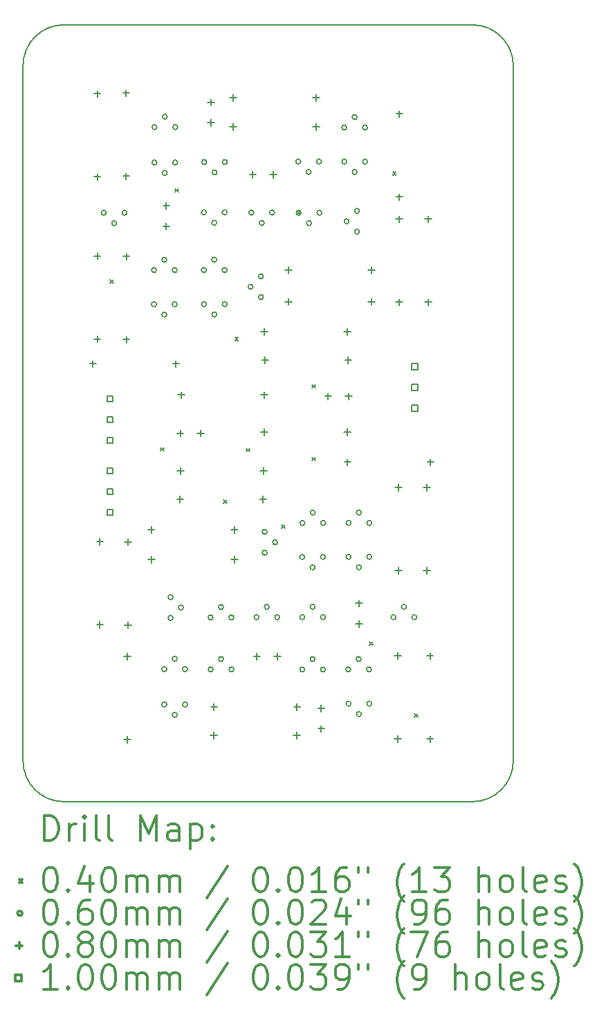
<source format=gbr>
%FSLAX45Y45*%
G04 Gerber Fmt 4.5, Leading zero omitted, Abs format (unit mm)*
G04 Created by KiCad (PCBNEW 4.0.6) date 10/14/17 15:25:13*
%MOMM*%
%LPD*%
G01*
G04 APERTURE LIST*
%ADD10C,0.127000*%
%ADD11C,0.150000*%
%ADD12C,0.200000*%
%ADD13C,0.300000*%
G04 APERTURE END LIST*
D10*
D11*
X15500000Y-5000000D02*
G75*
G03X15000000Y-5500000I0J-500000D01*
G01*
X21000000Y-5500000D02*
G75*
G03X20500000Y-5000000I-500000J0D01*
G01*
X15500000Y-5000000D02*
X20500000Y-5000000D01*
X15500000Y-14500000D02*
X20500000Y-14500000D01*
X15000000Y-14000000D02*
G75*
G03X15500000Y-14500000I500000J0D01*
G01*
X20500000Y-14500000D02*
G75*
G03X21000000Y-14000000I0J500000D01*
G01*
X21000000Y-5500000D02*
X21000000Y-14000000D01*
X15000000Y-14000000D02*
X15000000Y-5500000D01*
D12*
X16064580Y-8118570D02*
X16104580Y-8158570D01*
X16104580Y-8118570D02*
X16064580Y-8158570D01*
X16683070Y-10172160D02*
X16723070Y-10212160D01*
X16723070Y-10172160D02*
X16683070Y-10212160D01*
X16862140Y-7004780D02*
X16902140Y-7044780D01*
X16902140Y-7004780D02*
X16862140Y-7044780D01*
X17455230Y-10812240D02*
X17495230Y-10852240D01*
X17495230Y-10812240D02*
X17455230Y-10852240D01*
X17593660Y-8823420D02*
X17633660Y-8863420D01*
X17633660Y-8823420D02*
X17593660Y-8863420D01*
X17733360Y-10181050D02*
X17773360Y-10221050D01*
X17773360Y-10181050D02*
X17733360Y-10221050D01*
X18165160Y-11117040D02*
X18205160Y-11157040D01*
X18205160Y-11117040D02*
X18165160Y-11157040D01*
X18353374Y-7278592D02*
X18393374Y-7318592D01*
X18393374Y-7278592D02*
X18353374Y-7318592D01*
X18536000Y-9400000D02*
X18576000Y-9440000D01*
X18576000Y-9400000D02*
X18536000Y-9440000D01*
X18536000Y-10289000D02*
X18576000Y-10329000D01*
X18576000Y-10289000D02*
X18536000Y-10329000D01*
X19243390Y-12545790D02*
X19283390Y-12585790D01*
X19283390Y-12545790D02*
X19243390Y-12585790D01*
X19524060Y-6800310D02*
X19564060Y-6840310D01*
X19564060Y-6800310D02*
X19524060Y-6840310D01*
X19789490Y-13429710D02*
X19829490Y-13469710D01*
X19829490Y-13429710D02*
X19789490Y-13469710D01*
X16018060Y-7298592D02*
G75*
G03X16018060Y-7298592I-30000J0D01*
G01*
X16145060Y-7425592D02*
G75*
G03X16145060Y-7425592I-30000J0D01*
G01*
X16272060Y-7298592D02*
G75*
G03X16272060Y-7298592I-30000J0D01*
G01*
X16632232Y-8416192D02*
G75*
G03X16632232Y-8416192I-30000J0D01*
G01*
X16632486Y-7998870D02*
G75*
G03X16632486Y-7998870I-30000J0D01*
G01*
X16637947Y-6684039D02*
G75*
G03X16637947Y-6684039I-30000J0D01*
G01*
X16638709Y-6249699D02*
G75*
G03X16638709Y-6249699I-30000J0D01*
G01*
X16758724Y-12880750D02*
G75*
G03X16758724Y-12880750I-30000J0D01*
G01*
X16758724Y-13311026D02*
G75*
G03X16758724Y-13311026I-30000J0D01*
G01*
X16759232Y-8543192D02*
G75*
G03X16759232Y-8543192I-30000J0D01*
G01*
X16759486Y-7871870D02*
G75*
G03X16759486Y-7871870I-30000J0D01*
G01*
X16764947Y-6811039D02*
G75*
G03X16764947Y-6811039I-30000J0D01*
G01*
X16765709Y-6122699D02*
G75*
G03X16765709Y-6122699I-30000J0D01*
G01*
X16836194Y-11998354D02*
G75*
G03X16836194Y-11998354I-30000J0D01*
G01*
X16836194Y-12252354D02*
G75*
G03X16836194Y-12252354I-30000J0D01*
G01*
X16885724Y-12753750D02*
G75*
G03X16885724Y-12753750I-30000J0D01*
G01*
X16885724Y-13438026D02*
G75*
G03X16885724Y-13438026I-30000J0D01*
G01*
X16886232Y-8416192D02*
G75*
G03X16886232Y-8416192I-30000J0D01*
G01*
X16886486Y-7998870D02*
G75*
G03X16886486Y-7998870I-30000J0D01*
G01*
X16891947Y-6684039D02*
G75*
G03X16891947Y-6684039I-30000J0D01*
G01*
X16892709Y-6249699D02*
G75*
G03X16892709Y-6249699I-30000J0D01*
G01*
X16963194Y-12125354D02*
G75*
G03X16963194Y-12125354I-30000J0D01*
G01*
X17012724Y-12880750D02*
G75*
G03X17012724Y-12880750I-30000J0D01*
G01*
X17012724Y-13311026D02*
G75*
G03X17012724Y-13311026I-30000J0D01*
G01*
X17243102Y-7293766D02*
G75*
G03X17243102Y-7293766I-30000J0D01*
G01*
X17243356Y-8000394D02*
G75*
G03X17243356Y-8000394I-30000J0D01*
G01*
X17244626Y-8415684D02*
G75*
G03X17244626Y-8415684I-30000J0D01*
G01*
X17246277Y-6678451D02*
G75*
G03X17246277Y-6678451I-30000J0D01*
G01*
X17325652Y-12246512D02*
G75*
G03X17325652Y-12246512I-30000J0D01*
G01*
X17326922Y-12881766D02*
G75*
G03X17326922Y-12881766I-30000J0D01*
G01*
X17370102Y-7420766D02*
G75*
G03X17370102Y-7420766I-30000J0D01*
G01*
X17370356Y-7873394D02*
G75*
G03X17370356Y-7873394I-30000J0D01*
G01*
X17371626Y-8542684D02*
G75*
G03X17371626Y-8542684I-30000J0D01*
G01*
X17373277Y-6805451D02*
G75*
G03X17373277Y-6805451I-30000J0D01*
G01*
X17452652Y-12119512D02*
G75*
G03X17452652Y-12119512I-30000J0D01*
G01*
X17453922Y-12754766D02*
G75*
G03X17453922Y-12754766I-30000J0D01*
G01*
X17497102Y-7293766D02*
G75*
G03X17497102Y-7293766I-30000J0D01*
G01*
X17497356Y-8000394D02*
G75*
G03X17497356Y-8000394I-30000J0D01*
G01*
X17498626Y-8415684D02*
G75*
G03X17498626Y-8415684I-30000J0D01*
G01*
X17500277Y-6678451D02*
G75*
G03X17500277Y-6678451I-30000J0D01*
G01*
X17579652Y-12246512D02*
G75*
G03X17579652Y-12246512I-30000J0D01*
G01*
X17580922Y-12881766D02*
G75*
G03X17580922Y-12881766I-30000J0D01*
G01*
X17814856Y-8202578D02*
G75*
G03X17814856Y-8202578I-30000J0D01*
G01*
X17825016Y-7295798D02*
G75*
G03X17825016Y-7295798I-30000J0D01*
G01*
X17886992Y-12244226D02*
G75*
G03X17886992Y-12244226I-30000J0D01*
G01*
X17941856Y-8075578D02*
G75*
G03X17941856Y-8075578I-30000J0D01*
G01*
X17941856Y-8329578D02*
G75*
G03X17941856Y-8329578I-30000J0D01*
G01*
X17952016Y-7422798D02*
G75*
G03X17952016Y-7422798I-30000J0D01*
G01*
X17987068Y-11201048D02*
G75*
G03X17987068Y-11201048I-30000J0D01*
G01*
X17987068Y-11455048D02*
G75*
G03X17987068Y-11455048I-30000J0D01*
G01*
X18013992Y-12117226D02*
G75*
G03X18013992Y-12117226I-30000J0D01*
G01*
X18079016Y-7295798D02*
G75*
G03X18079016Y-7295798I-30000J0D01*
G01*
X18114068Y-11328048D02*
G75*
G03X18114068Y-11328048I-30000J0D01*
G01*
X18140992Y-12244226D02*
G75*
G03X18140992Y-12244226I-30000J0D01*
G01*
X18398421Y-6672863D02*
G75*
G03X18398421Y-6672863I-30000J0D01*
G01*
X18403374Y-7298592D02*
G75*
G03X18403374Y-7298592I-30000J0D01*
G01*
X18446808Y-11507626D02*
G75*
G03X18446808Y-11507626I-30000J0D01*
G01*
X18447560Y-12883236D02*
G75*
G03X18447560Y-12883236I-30000J0D01*
G01*
X18447824Y-12243210D02*
G75*
G03X18447824Y-12243210I-30000J0D01*
G01*
X18450110Y-11092236D02*
G75*
G03X18450110Y-11092236I-30000J0D01*
G01*
X18525421Y-6799863D02*
G75*
G03X18525421Y-6799863I-30000J0D01*
G01*
X18530374Y-7425592D02*
G75*
G03X18530374Y-7425592I-30000J0D01*
G01*
X18573808Y-11634626D02*
G75*
G03X18573808Y-11634626I-30000J0D01*
G01*
X18574560Y-12756236D02*
G75*
G03X18574560Y-12756236I-30000J0D01*
G01*
X18574824Y-12116210D02*
G75*
G03X18574824Y-12116210I-30000J0D01*
G01*
X18577110Y-10965236D02*
G75*
G03X18577110Y-10965236I-30000J0D01*
G01*
X18652421Y-6672863D02*
G75*
G03X18652421Y-6672863I-30000J0D01*
G01*
X18657374Y-7298592D02*
G75*
G03X18657374Y-7298592I-30000J0D01*
G01*
X18700808Y-11507626D02*
G75*
G03X18700808Y-11507626I-30000J0D01*
G01*
X18701560Y-12883236D02*
G75*
G03X18701560Y-12883236I-30000J0D01*
G01*
X18701824Y-12243210D02*
G75*
G03X18701824Y-12243210I-30000J0D01*
G01*
X18704110Y-11092236D02*
G75*
G03X18704110Y-11092236I-30000J0D01*
G01*
X18961793Y-6256303D02*
G75*
G03X18961793Y-6256303I-30000J0D01*
G01*
X18961793Y-6673879D02*
G75*
G03X18961793Y-6673879I-30000J0D01*
G01*
X18990114Y-7404510D02*
G75*
G03X18990114Y-7404510I-30000J0D01*
G01*
X19010560Y-12883236D02*
G75*
G03X19010560Y-12883236I-30000J0D01*
G01*
X19013560Y-11092236D02*
G75*
G03X19013560Y-11092236I-30000J0D01*
G01*
X19013560Y-13302236D02*
G75*
G03X19013560Y-13302236I-30000J0D01*
G01*
X19013736Y-11507236D02*
G75*
G03X19013736Y-11507236I-30000J0D01*
G01*
X19088793Y-6129303D02*
G75*
G03X19088793Y-6129303I-30000J0D01*
G01*
X19088793Y-6800879D02*
G75*
G03X19088793Y-6800879I-30000J0D01*
G01*
X19117114Y-7277510D02*
G75*
G03X19117114Y-7277510I-30000J0D01*
G01*
X19117114Y-7531510D02*
G75*
G03X19117114Y-7531510I-30000J0D01*
G01*
X19137560Y-12756236D02*
G75*
G03X19137560Y-12756236I-30000J0D01*
G01*
X19140560Y-10965236D02*
G75*
G03X19140560Y-10965236I-30000J0D01*
G01*
X19140560Y-13429236D02*
G75*
G03X19140560Y-13429236I-30000J0D01*
G01*
X19140736Y-11634236D02*
G75*
G03X19140736Y-11634236I-30000J0D01*
G01*
X19215793Y-6256303D02*
G75*
G03X19215793Y-6256303I-30000J0D01*
G01*
X19215793Y-6673879D02*
G75*
G03X19215793Y-6673879I-30000J0D01*
G01*
X19264560Y-12883236D02*
G75*
G03X19264560Y-12883236I-30000J0D01*
G01*
X19267560Y-11092236D02*
G75*
G03X19267560Y-11092236I-30000J0D01*
G01*
X19267560Y-13302236D02*
G75*
G03X19267560Y-13302236I-30000J0D01*
G01*
X19267736Y-11507236D02*
G75*
G03X19267736Y-11507236I-30000J0D01*
G01*
X19564916Y-12244226D02*
G75*
G03X19564916Y-12244226I-30000J0D01*
G01*
X19691916Y-12117226D02*
G75*
G03X19691916Y-12117226I-30000J0D01*
G01*
X19818916Y-12244226D02*
G75*
G03X19818916Y-12244226I-30000J0D01*
G01*
X15854964Y-9103648D02*
X15854964Y-9183648D01*
X15814964Y-9143648D02*
X15894964Y-9143648D01*
X15908050Y-5802918D02*
X15908050Y-5882918D01*
X15868050Y-5842918D02*
X15948050Y-5842918D01*
X15908050Y-6818918D02*
X15908050Y-6898918D01*
X15868050Y-6858918D02*
X15948050Y-6858918D01*
X15909574Y-7786658D02*
X15909574Y-7866658D01*
X15869574Y-7826658D02*
X15949574Y-7826658D01*
X15909574Y-8802658D02*
X15909574Y-8882658D01*
X15869574Y-8842658D02*
X15949574Y-8842658D01*
X15940054Y-11277888D02*
X15940054Y-11357888D01*
X15900054Y-11317888D02*
X15980054Y-11317888D01*
X15940054Y-12293888D02*
X15940054Y-12373888D01*
X15900054Y-12333888D02*
X15980054Y-12333888D01*
X16261110Y-5793520D02*
X16261110Y-5873520D01*
X16221110Y-5833520D02*
X16301110Y-5833520D01*
X16261110Y-6809520D02*
X16261110Y-6889520D01*
X16221110Y-6849520D02*
X16301110Y-6849520D01*
X16264412Y-7793262D02*
X16264412Y-7873262D01*
X16224412Y-7833262D02*
X16304412Y-7833262D01*
X16264412Y-8809262D02*
X16264412Y-8889262D01*
X16224412Y-8849262D02*
X16304412Y-8849262D01*
X16276350Y-12682000D02*
X16276350Y-12762000D01*
X16236350Y-12722000D02*
X16316350Y-12722000D01*
X16276350Y-13698000D02*
X16276350Y-13778000D01*
X16236350Y-13738000D02*
X16316350Y-13738000D01*
X16283462Y-11283222D02*
X16283462Y-11363222D01*
X16243462Y-11323222D02*
X16323462Y-11323222D01*
X16283462Y-12299222D02*
X16283462Y-12379222D01*
X16243462Y-12339222D02*
X16323462Y-12339222D01*
X16568958Y-11134124D02*
X16568958Y-11214124D01*
X16528958Y-11174124D02*
X16608958Y-11174124D01*
X16573784Y-11496328D02*
X16573784Y-11576328D01*
X16533784Y-11536328D02*
X16613784Y-11536328D01*
X16753108Y-7171660D02*
X16753108Y-7251660D01*
X16713108Y-7211660D02*
X16793108Y-7211660D01*
X16753108Y-7421660D02*
X16753108Y-7501660D01*
X16713108Y-7461660D02*
X16793108Y-7461660D01*
X16870964Y-9103648D02*
X16870964Y-9183648D01*
X16830964Y-9143648D02*
X16910964Y-9143648D01*
X16922018Y-10762522D02*
X16922018Y-10842522D01*
X16882018Y-10802522D02*
X16962018Y-10802522D01*
X16924494Y-9953278D02*
X16924494Y-10033278D01*
X16884494Y-9993278D02*
X16964494Y-9993278D01*
X16927860Y-10413526D02*
X16927860Y-10493526D01*
X16887860Y-10453526D02*
X16967860Y-10453526D01*
X16935480Y-9486426D02*
X16935480Y-9566426D01*
X16895480Y-9526426D02*
X16975480Y-9526426D01*
X17174494Y-9953278D02*
X17174494Y-10033278D01*
X17134494Y-9993278D02*
X17214494Y-9993278D01*
X17302002Y-5906042D02*
X17302002Y-5986042D01*
X17262002Y-5946042D02*
X17342002Y-5946042D01*
X17302002Y-6156042D02*
X17302002Y-6236042D01*
X17262002Y-6196042D02*
X17342002Y-6196042D01*
X17334514Y-13648724D02*
X17334514Y-13728724D01*
X17294514Y-13688724D02*
X17374514Y-13688724D01*
X17337308Y-13299474D02*
X17337308Y-13379474D01*
X17297308Y-13339474D02*
X17377308Y-13339474D01*
X17571242Y-5850162D02*
X17571242Y-5930162D01*
X17531242Y-5890162D02*
X17611242Y-5890162D01*
X17571242Y-6207794D02*
X17571242Y-6287794D01*
X17531242Y-6247794D02*
X17611242Y-6247794D01*
X17584958Y-11134124D02*
X17584958Y-11214124D01*
X17544958Y-11174124D02*
X17624958Y-11174124D01*
X17589784Y-11496328D02*
X17589784Y-11576328D01*
X17549784Y-11536328D02*
X17629784Y-11536328D01*
X17811399Y-6788819D02*
X17811399Y-6868819D01*
X17771399Y-6828819D02*
X17851399Y-6828819D01*
X17863342Y-12682000D02*
X17863342Y-12762000D01*
X17823342Y-12722000D02*
X17903342Y-12722000D01*
X17938018Y-10762522D02*
X17938018Y-10842522D01*
X17898018Y-10802522D02*
X17978018Y-10802522D01*
X17943860Y-10413526D02*
X17943860Y-10493526D01*
X17903860Y-10453526D02*
X17983860Y-10453526D01*
X17951480Y-9486426D02*
X17951480Y-9566426D01*
X17911480Y-9526426D02*
X17991480Y-9526426D01*
X17951480Y-9938546D02*
X17951480Y-10018546D01*
X17911480Y-9978546D02*
X17991480Y-9978546D01*
X17954274Y-8712234D02*
X17954274Y-8792234D01*
X17914274Y-8752234D02*
X17994274Y-8752234D01*
X17964180Y-9059706D02*
X17964180Y-9139706D01*
X17924180Y-9099706D02*
X18004180Y-9099706D01*
X18061399Y-6788819D02*
X18061399Y-6868819D01*
X18021399Y-6828819D02*
X18101399Y-6828819D01*
X18113342Y-12682000D02*
X18113342Y-12762000D01*
X18073342Y-12722000D02*
X18153342Y-12722000D01*
X18247136Y-7959886D02*
X18247136Y-8039886D01*
X18207136Y-7999886D02*
X18287136Y-7999886D01*
X18247136Y-8345458D02*
X18247136Y-8425458D01*
X18207136Y-8385458D02*
X18287136Y-8385458D01*
X18350514Y-13648724D02*
X18350514Y-13728724D01*
X18310514Y-13688724D02*
X18390514Y-13688724D01*
X18353308Y-13299474D02*
X18353308Y-13379474D01*
X18313308Y-13339474D02*
X18393308Y-13339474D01*
X18587242Y-5850162D02*
X18587242Y-5930162D01*
X18547242Y-5890162D02*
X18627242Y-5890162D01*
X18587242Y-6207794D02*
X18587242Y-6287794D01*
X18547242Y-6247794D02*
X18627242Y-6247794D01*
X18650488Y-13317698D02*
X18650488Y-13397698D01*
X18610488Y-13357698D02*
X18690488Y-13357698D01*
X18650488Y-13567698D02*
X18650488Y-13647698D01*
X18610488Y-13607698D02*
X18690488Y-13607698D01*
X18734816Y-9502174D02*
X18734816Y-9582174D01*
X18694816Y-9542174D02*
X18774816Y-9542174D01*
X18967480Y-9938546D02*
X18967480Y-10018546D01*
X18927480Y-9978546D02*
X19007480Y-9978546D01*
X18970274Y-8712234D02*
X18970274Y-8792234D01*
X18930274Y-8752234D02*
X19010274Y-8752234D01*
X18971544Y-10307608D02*
X18971544Y-10387608D01*
X18931544Y-10347608D02*
X19011544Y-10347608D01*
X18980180Y-9059706D02*
X18980180Y-9139706D01*
X18940180Y-9099706D02*
X19020180Y-9099706D01*
X18984816Y-9502174D02*
X18984816Y-9582174D01*
X18944816Y-9542174D02*
X19024816Y-9542174D01*
X19113530Y-12033538D02*
X19113530Y-12113538D01*
X19073530Y-12073538D02*
X19153530Y-12073538D01*
X19113530Y-12283538D02*
X19113530Y-12363538D01*
X19073530Y-12323538D02*
X19153530Y-12323538D01*
X19263136Y-7959886D02*
X19263136Y-8039886D01*
X19223136Y-7999886D02*
X19303136Y-7999886D01*
X19263136Y-8345458D02*
X19263136Y-8425458D01*
X19223136Y-8385458D02*
X19303136Y-8385458D01*
X19584954Y-12674634D02*
X19584954Y-12754634D01*
X19544954Y-12714634D02*
X19624954Y-12714634D01*
X19584954Y-13690634D02*
X19584954Y-13770634D01*
X19544954Y-13730634D02*
X19624954Y-13730634D01*
X19596384Y-10618250D02*
X19596384Y-10698250D01*
X19556384Y-10658250D02*
X19636384Y-10658250D01*
X19596384Y-11634250D02*
X19596384Y-11714250D01*
X19556384Y-11674250D02*
X19636384Y-11674250D01*
X19602734Y-7336062D02*
X19602734Y-7416062D01*
X19562734Y-7376062D02*
X19642734Y-7376062D01*
X19602734Y-8352062D02*
X19602734Y-8432062D01*
X19562734Y-8392062D02*
X19642734Y-8392062D01*
X19607179Y-6047139D02*
X19607179Y-6127139D01*
X19567179Y-6087139D02*
X19647179Y-6087139D01*
X19607179Y-7063139D02*
X19607179Y-7143139D01*
X19567179Y-7103139D02*
X19647179Y-7103139D01*
X19942840Y-10618250D02*
X19942840Y-10698250D01*
X19902840Y-10658250D02*
X19982840Y-10658250D01*
X19942840Y-11634250D02*
X19942840Y-11714250D01*
X19902840Y-11674250D02*
X19982840Y-11674250D01*
X19960366Y-7336062D02*
X19960366Y-7416062D01*
X19920366Y-7376062D02*
X20000366Y-7376062D01*
X19960366Y-8352062D02*
X19960366Y-8432062D01*
X19920366Y-8392062D02*
X20000366Y-8392062D01*
X19980178Y-12678190D02*
X19980178Y-12758190D01*
X19940178Y-12718190D02*
X20020178Y-12718190D01*
X19980178Y-13694190D02*
X19980178Y-13774190D01*
X19940178Y-13734190D02*
X20020178Y-13734190D01*
X19987544Y-10307608D02*
X19987544Y-10387608D01*
X19947544Y-10347608D02*
X20027544Y-10347608D01*
X16097330Y-9605978D02*
X16097330Y-9535266D01*
X16026618Y-9535266D01*
X16026618Y-9605978D01*
X16097330Y-9605978D01*
X16097330Y-9859978D02*
X16097330Y-9789266D01*
X16026618Y-9789266D01*
X16026618Y-9859978D01*
X16097330Y-9859978D01*
X16097330Y-10113978D02*
X16097330Y-10043266D01*
X16026618Y-10043266D01*
X16026618Y-10113978D01*
X16097330Y-10113978D01*
X16097330Y-10488882D02*
X16097330Y-10418170D01*
X16026618Y-10418170D01*
X16026618Y-10488882D01*
X16097330Y-10488882D01*
X16097330Y-10742882D02*
X16097330Y-10672170D01*
X16026618Y-10672170D01*
X16026618Y-10742882D01*
X16097330Y-10742882D01*
X16097330Y-10996882D02*
X16097330Y-10926170D01*
X16026618Y-10926170D01*
X16026618Y-10996882D01*
X16097330Y-10996882D01*
X19829352Y-9215326D02*
X19829352Y-9144614D01*
X19758640Y-9144614D01*
X19758640Y-9215326D01*
X19829352Y-9215326D01*
X19829352Y-9469326D02*
X19829352Y-9398614D01*
X19758640Y-9398614D01*
X19758640Y-9469326D01*
X19829352Y-9469326D01*
X19829352Y-9723326D02*
X19829352Y-9652614D01*
X19758640Y-9652614D01*
X19758640Y-9723326D01*
X19829352Y-9723326D01*
D13*
X15263928Y-14973214D02*
X15263928Y-14673214D01*
X15335357Y-14673214D01*
X15378214Y-14687500D01*
X15406786Y-14716071D01*
X15421071Y-14744643D01*
X15435357Y-14801786D01*
X15435357Y-14844643D01*
X15421071Y-14901786D01*
X15406786Y-14930357D01*
X15378214Y-14958929D01*
X15335357Y-14973214D01*
X15263928Y-14973214D01*
X15563928Y-14973214D02*
X15563928Y-14773214D01*
X15563928Y-14830357D02*
X15578214Y-14801786D01*
X15592500Y-14787500D01*
X15621071Y-14773214D01*
X15649643Y-14773214D01*
X15749643Y-14973214D02*
X15749643Y-14773214D01*
X15749643Y-14673214D02*
X15735357Y-14687500D01*
X15749643Y-14701786D01*
X15763928Y-14687500D01*
X15749643Y-14673214D01*
X15749643Y-14701786D01*
X15935357Y-14973214D02*
X15906786Y-14958929D01*
X15892500Y-14930357D01*
X15892500Y-14673214D01*
X16092500Y-14973214D02*
X16063928Y-14958929D01*
X16049643Y-14930357D01*
X16049643Y-14673214D01*
X16435357Y-14973214D02*
X16435357Y-14673214D01*
X16535357Y-14887500D01*
X16635357Y-14673214D01*
X16635357Y-14973214D01*
X16906786Y-14973214D02*
X16906786Y-14816071D01*
X16892500Y-14787500D01*
X16863929Y-14773214D01*
X16806786Y-14773214D01*
X16778214Y-14787500D01*
X16906786Y-14958929D02*
X16878214Y-14973214D01*
X16806786Y-14973214D01*
X16778214Y-14958929D01*
X16763928Y-14930357D01*
X16763928Y-14901786D01*
X16778214Y-14873214D01*
X16806786Y-14858929D01*
X16878214Y-14858929D01*
X16906786Y-14844643D01*
X17049643Y-14773214D02*
X17049643Y-15073214D01*
X17049643Y-14787500D02*
X17078214Y-14773214D01*
X17135357Y-14773214D01*
X17163929Y-14787500D01*
X17178214Y-14801786D01*
X17192500Y-14830357D01*
X17192500Y-14916071D01*
X17178214Y-14944643D01*
X17163929Y-14958929D01*
X17135357Y-14973214D01*
X17078214Y-14973214D01*
X17049643Y-14958929D01*
X17321071Y-14944643D02*
X17335357Y-14958929D01*
X17321071Y-14973214D01*
X17306786Y-14958929D01*
X17321071Y-14944643D01*
X17321071Y-14973214D01*
X17321071Y-14787500D02*
X17335357Y-14801786D01*
X17321071Y-14816071D01*
X17306786Y-14801786D01*
X17321071Y-14787500D01*
X17321071Y-14816071D01*
X14952500Y-15447500D02*
X14992500Y-15487500D01*
X14992500Y-15447500D02*
X14952500Y-15487500D01*
X15321071Y-15303214D02*
X15349643Y-15303214D01*
X15378214Y-15317500D01*
X15392500Y-15331786D01*
X15406786Y-15360357D01*
X15421071Y-15417500D01*
X15421071Y-15488929D01*
X15406786Y-15546071D01*
X15392500Y-15574643D01*
X15378214Y-15588929D01*
X15349643Y-15603214D01*
X15321071Y-15603214D01*
X15292500Y-15588929D01*
X15278214Y-15574643D01*
X15263928Y-15546071D01*
X15249643Y-15488929D01*
X15249643Y-15417500D01*
X15263928Y-15360357D01*
X15278214Y-15331786D01*
X15292500Y-15317500D01*
X15321071Y-15303214D01*
X15549643Y-15574643D02*
X15563928Y-15588929D01*
X15549643Y-15603214D01*
X15535357Y-15588929D01*
X15549643Y-15574643D01*
X15549643Y-15603214D01*
X15821071Y-15403214D02*
X15821071Y-15603214D01*
X15749643Y-15288929D02*
X15678214Y-15503214D01*
X15863928Y-15503214D01*
X16035357Y-15303214D02*
X16063928Y-15303214D01*
X16092500Y-15317500D01*
X16106786Y-15331786D01*
X16121071Y-15360357D01*
X16135357Y-15417500D01*
X16135357Y-15488929D01*
X16121071Y-15546071D01*
X16106786Y-15574643D01*
X16092500Y-15588929D01*
X16063928Y-15603214D01*
X16035357Y-15603214D01*
X16006786Y-15588929D01*
X15992500Y-15574643D01*
X15978214Y-15546071D01*
X15963928Y-15488929D01*
X15963928Y-15417500D01*
X15978214Y-15360357D01*
X15992500Y-15331786D01*
X16006786Y-15317500D01*
X16035357Y-15303214D01*
X16263928Y-15603214D02*
X16263928Y-15403214D01*
X16263928Y-15431786D02*
X16278214Y-15417500D01*
X16306786Y-15403214D01*
X16349643Y-15403214D01*
X16378214Y-15417500D01*
X16392500Y-15446071D01*
X16392500Y-15603214D01*
X16392500Y-15446071D02*
X16406786Y-15417500D01*
X16435357Y-15403214D01*
X16478214Y-15403214D01*
X16506786Y-15417500D01*
X16521071Y-15446071D01*
X16521071Y-15603214D01*
X16663928Y-15603214D02*
X16663928Y-15403214D01*
X16663928Y-15431786D02*
X16678214Y-15417500D01*
X16706786Y-15403214D01*
X16749643Y-15403214D01*
X16778214Y-15417500D01*
X16792500Y-15446071D01*
X16792500Y-15603214D01*
X16792500Y-15446071D02*
X16806786Y-15417500D01*
X16835357Y-15403214D01*
X16878214Y-15403214D01*
X16906786Y-15417500D01*
X16921071Y-15446071D01*
X16921071Y-15603214D01*
X17506786Y-15288929D02*
X17249643Y-15674643D01*
X17892500Y-15303214D02*
X17921071Y-15303214D01*
X17949643Y-15317500D01*
X17963928Y-15331786D01*
X17978214Y-15360357D01*
X17992500Y-15417500D01*
X17992500Y-15488929D01*
X17978214Y-15546071D01*
X17963928Y-15574643D01*
X17949643Y-15588929D01*
X17921071Y-15603214D01*
X17892500Y-15603214D01*
X17863928Y-15588929D01*
X17849643Y-15574643D01*
X17835357Y-15546071D01*
X17821071Y-15488929D01*
X17821071Y-15417500D01*
X17835357Y-15360357D01*
X17849643Y-15331786D01*
X17863928Y-15317500D01*
X17892500Y-15303214D01*
X18121071Y-15574643D02*
X18135357Y-15588929D01*
X18121071Y-15603214D01*
X18106786Y-15588929D01*
X18121071Y-15574643D01*
X18121071Y-15603214D01*
X18321071Y-15303214D02*
X18349643Y-15303214D01*
X18378214Y-15317500D01*
X18392500Y-15331786D01*
X18406786Y-15360357D01*
X18421071Y-15417500D01*
X18421071Y-15488929D01*
X18406786Y-15546071D01*
X18392500Y-15574643D01*
X18378214Y-15588929D01*
X18349643Y-15603214D01*
X18321071Y-15603214D01*
X18292500Y-15588929D01*
X18278214Y-15574643D01*
X18263928Y-15546071D01*
X18249643Y-15488929D01*
X18249643Y-15417500D01*
X18263928Y-15360357D01*
X18278214Y-15331786D01*
X18292500Y-15317500D01*
X18321071Y-15303214D01*
X18706786Y-15603214D02*
X18535357Y-15603214D01*
X18621071Y-15603214D02*
X18621071Y-15303214D01*
X18592500Y-15346071D01*
X18563928Y-15374643D01*
X18535357Y-15388929D01*
X18963928Y-15303214D02*
X18906786Y-15303214D01*
X18878214Y-15317500D01*
X18863928Y-15331786D01*
X18835357Y-15374643D01*
X18821071Y-15431786D01*
X18821071Y-15546071D01*
X18835357Y-15574643D01*
X18849643Y-15588929D01*
X18878214Y-15603214D01*
X18935357Y-15603214D01*
X18963928Y-15588929D01*
X18978214Y-15574643D01*
X18992500Y-15546071D01*
X18992500Y-15474643D01*
X18978214Y-15446071D01*
X18963928Y-15431786D01*
X18935357Y-15417500D01*
X18878214Y-15417500D01*
X18849643Y-15431786D01*
X18835357Y-15446071D01*
X18821071Y-15474643D01*
X19106786Y-15303214D02*
X19106786Y-15360357D01*
X19221071Y-15303214D02*
X19221071Y-15360357D01*
X19663928Y-15717500D02*
X19649643Y-15703214D01*
X19621071Y-15660357D01*
X19606786Y-15631786D01*
X19592500Y-15588929D01*
X19578214Y-15517500D01*
X19578214Y-15460357D01*
X19592500Y-15388929D01*
X19606786Y-15346071D01*
X19621071Y-15317500D01*
X19649643Y-15274643D01*
X19663928Y-15260357D01*
X19935357Y-15603214D02*
X19763928Y-15603214D01*
X19849643Y-15603214D02*
X19849643Y-15303214D01*
X19821071Y-15346071D01*
X19792500Y-15374643D01*
X19763928Y-15388929D01*
X20035357Y-15303214D02*
X20221071Y-15303214D01*
X20121071Y-15417500D01*
X20163928Y-15417500D01*
X20192500Y-15431786D01*
X20206786Y-15446071D01*
X20221071Y-15474643D01*
X20221071Y-15546071D01*
X20206786Y-15574643D01*
X20192500Y-15588929D01*
X20163928Y-15603214D01*
X20078214Y-15603214D01*
X20049643Y-15588929D01*
X20035357Y-15574643D01*
X20578214Y-15603214D02*
X20578214Y-15303214D01*
X20706786Y-15603214D02*
X20706786Y-15446071D01*
X20692500Y-15417500D01*
X20663928Y-15403214D01*
X20621071Y-15403214D01*
X20592500Y-15417500D01*
X20578214Y-15431786D01*
X20892500Y-15603214D02*
X20863928Y-15588929D01*
X20849643Y-15574643D01*
X20835357Y-15546071D01*
X20835357Y-15460357D01*
X20849643Y-15431786D01*
X20863928Y-15417500D01*
X20892500Y-15403214D01*
X20935357Y-15403214D01*
X20963928Y-15417500D01*
X20978214Y-15431786D01*
X20992500Y-15460357D01*
X20992500Y-15546071D01*
X20978214Y-15574643D01*
X20963928Y-15588929D01*
X20935357Y-15603214D01*
X20892500Y-15603214D01*
X21163928Y-15603214D02*
X21135357Y-15588929D01*
X21121071Y-15560357D01*
X21121071Y-15303214D01*
X21392500Y-15588929D02*
X21363929Y-15603214D01*
X21306786Y-15603214D01*
X21278214Y-15588929D01*
X21263929Y-15560357D01*
X21263929Y-15446071D01*
X21278214Y-15417500D01*
X21306786Y-15403214D01*
X21363929Y-15403214D01*
X21392500Y-15417500D01*
X21406786Y-15446071D01*
X21406786Y-15474643D01*
X21263929Y-15503214D01*
X21521071Y-15588929D02*
X21549643Y-15603214D01*
X21606786Y-15603214D01*
X21635357Y-15588929D01*
X21649643Y-15560357D01*
X21649643Y-15546071D01*
X21635357Y-15517500D01*
X21606786Y-15503214D01*
X21563929Y-15503214D01*
X21535357Y-15488929D01*
X21521071Y-15460357D01*
X21521071Y-15446071D01*
X21535357Y-15417500D01*
X21563929Y-15403214D01*
X21606786Y-15403214D01*
X21635357Y-15417500D01*
X21749643Y-15717500D02*
X21763929Y-15703214D01*
X21792500Y-15660357D01*
X21806786Y-15631786D01*
X21821071Y-15588929D01*
X21835357Y-15517500D01*
X21835357Y-15460357D01*
X21821071Y-15388929D01*
X21806786Y-15346071D01*
X21792500Y-15317500D01*
X21763929Y-15274643D01*
X21749643Y-15260357D01*
X14992500Y-15863500D02*
G75*
G03X14992500Y-15863500I-30000J0D01*
G01*
X15321071Y-15699214D02*
X15349643Y-15699214D01*
X15378214Y-15713500D01*
X15392500Y-15727786D01*
X15406786Y-15756357D01*
X15421071Y-15813500D01*
X15421071Y-15884929D01*
X15406786Y-15942071D01*
X15392500Y-15970643D01*
X15378214Y-15984929D01*
X15349643Y-15999214D01*
X15321071Y-15999214D01*
X15292500Y-15984929D01*
X15278214Y-15970643D01*
X15263928Y-15942071D01*
X15249643Y-15884929D01*
X15249643Y-15813500D01*
X15263928Y-15756357D01*
X15278214Y-15727786D01*
X15292500Y-15713500D01*
X15321071Y-15699214D01*
X15549643Y-15970643D02*
X15563928Y-15984929D01*
X15549643Y-15999214D01*
X15535357Y-15984929D01*
X15549643Y-15970643D01*
X15549643Y-15999214D01*
X15821071Y-15699214D02*
X15763928Y-15699214D01*
X15735357Y-15713500D01*
X15721071Y-15727786D01*
X15692500Y-15770643D01*
X15678214Y-15827786D01*
X15678214Y-15942071D01*
X15692500Y-15970643D01*
X15706786Y-15984929D01*
X15735357Y-15999214D01*
X15792500Y-15999214D01*
X15821071Y-15984929D01*
X15835357Y-15970643D01*
X15849643Y-15942071D01*
X15849643Y-15870643D01*
X15835357Y-15842071D01*
X15821071Y-15827786D01*
X15792500Y-15813500D01*
X15735357Y-15813500D01*
X15706786Y-15827786D01*
X15692500Y-15842071D01*
X15678214Y-15870643D01*
X16035357Y-15699214D02*
X16063928Y-15699214D01*
X16092500Y-15713500D01*
X16106786Y-15727786D01*
X16121071Y-15756357D01*
X16135357Y-15813500D01*
X16135357Y-15884929D01*
X16121071Y-15942071D01*
X16106786Y-15970643D01*
X16092500Y-15984929D01*
X16063928Y-15999214D01*
X16035357Y-15999214D01*
X16006786Y-15984929D01*
X15992500Y-15970643D01*
X15978214Y-15942071D01*
X15963928Y-15884929D01*
X15963928Y-15813500D01*
X15978214Y-15756357D01*
X15992500Y-15727786D01*
X16006786Y-15713500D01*
X16035357Y-15699214D01*
X16263928Y-15999214D02*
X16263928Y-15799214D01*
X16263928Y-15827786D02*
X16278214Y-15813500D01*
X16306786Y-15799214D01*
X16349643Y-15799214D01*
X16378214Y-15813500D01*
X16392500Y-15842071D01*
X16392500Y-15999214D01*
X16392500Y-15842071D02*
X16406786Y-15813500D01*
X16435357Y-15799214D01*
X16478214Y-15799214D01*
X16506786Y-15813500D01*
X16521071Y-15842071D01*
X16521071Y-15999214D01*
X16663928Y-15999214D02*
X16663928Y-15799214D01*
X16663928Y-15827786D02*
X16678214Y-15813500D01*
X16706786Y-15799214D01*
X16749643Y-15799214D01*
X16778214Y-15813500D01*
X16792500Y-15842071D01*
X16792500Y-15999214D01*
X16792500Y-15842071D02*
X16806786Y-15813500D01*
X16835357Y-15799214D01*
X16878214Y-15799214D01*
X16906786Y-15813500D01*
X16921071Y-15842071D01*
X16921071Y-15999214D01*
X17506786Y-15684929D02*
X17249643Y-16070643D01*
X17892500Y-15699214D02*
X17921071Y-15699214D01*
X17949643Y-15713500D01*
X17963928Y-15727786D01*
X17978214Y-15756357D01*
X17992500Y-15813500D01*
X17992500Y-15884929D01*
X17978214Y-15942071D01*
X17963928Y-15970643D01*
X17949643Y-15984929D01*
X17921071Y-15999214D01*
X17892500Y-15999214D01*
X17863928Y-15984929D01*
X17849643Y-15970643D01*
X17835357Y-15942071D01*
X17821071Y-15884929D01*
X17821071Y-15813500D01*
X17835357Y-15756357D01*
X17849643Y-15727786D01*
X17863928Y-15713500D01*
X17892500Y-15699214D01*
X18121071Y-15970643D02*
X18135357Y-15984929D01*
X18121071Y-15999214D01*
X18106786Y-15984929D01*
X18121071Y-15970643D01*
X18121071Y-15999214D01*
X18321071Y-15699214D02*
X18349643Y-15699214D01*
X18378214Y-15713500D01*
X18392500Y-15727786D01*
X18406786Y-15756357D01*
X18421071Y-15813500D01*
X18421071Y-15884929D01*
X18406786Y-15942071D01*
X18392500Y-15970643D01*
X18378214Y-15984929D01*
X18349643Y-15999214D01*
X18321071Y-15999214D01*
X18292500Y-15984929D01*
X18278214Y-15970643D01*
X18263928Y-15942071D01*
X18249643Y-15884929D01*
X18249643Y-15813500D01*
X18263928Y-15756357D01*
X18278214Y-15727786D01*
X18292500Y-15713500D01*
X18321071Y-15699214D01*
X18535357Y-15727786D02*
X18549643Y-15713500D01*
X18578214Y-15699214D01*
X18649643Y-15699214D01*
X18678214Y-15713500D01*
X18692500Y-15727786D01*
X18706786Y-15756357D01*
X18706786Y-15784929D01*
X18692500Y-15827786D01*
X18521071Y-15999214D01*
X18706786Y-15999214D01*
X18963928Y-15799214D02*
X18963928Y-15999214D01*
X18892500Y-15684929D02*
X18821071Y-15899214D01*
X19006786Y-15899214D01*
X19106786Y-15699214D02*
X19106786Y-15756357D01*
X19221071Y-15699214D02*
X19221071Y-15756357D01*
X19663928Y-16113500D02*
X19649643Y-16099214D01*
X19621071Y-16056357D01*
X19606786Y-16027786D01*
X19592500Y-15984929D01*
X19578214Y-15913500D01*
X19578214Y-15856357D01*
X19592500Y-15784929D01*
X19606786Y-15742071D01*
X19621071Y-15713500D01*
X19649643Y-15670643D01*
X19663928Y-15656357D01*
X19792500Y-15999214D02*
X19849643Y-15999214D01*
X19878214Y-15984929D01*
X19892500Y-15970643D01*
X19921071Y-15927786D01*
X19935357Y-15870643D01*
X19935357Y-15756357D01*
X19921071Y-15727786D01*
X19906786Y-15713500D01*
X19878214Y-15699214D01*
X19821071Y-15699214D01*
X19792500Y-15713500D01*
X19778214Y-15727786D01*
X19763928Y-15756357D01*
X19763928Y-15827786D01*
X19778214Y-15856357D01*
X19792500Y-15870643D01*
X19821071Y-15884929D01*
X19878214Y-15884929D01*
X19906786Y-15870643D01*
X19921071Y-15856357D01*
X19935357Y-15827786D01*
X20192500Y-15699214D02*
X20135357Y-15699214D01*
X20106786Y-15713500D01*
X20092500Y-15727786D01*
X20063928Y-15770643D01*
X20049643Y-15827786D01*
X20049643Y-15942071D01*
X20063928Y-15970643D01*
X20078214Y-15984929D01*
X20106786Y-15999214D01*
X20163928Y-15999214D01*
X20192500Y-15984929D01*
X20206786Y-15970643D01*
X20221071Y-15942071D01*
X20221071Y-15870643D01*
X20206786Y-15842071D01*
X20192500Y-15827786D01*
X20163928Y-15813500D01*
X20106786Y-15813500D01*
X20078214Y-15827786D01*
X20063928Y-15842071D01*
X20049643Y-15870643D01*
X20578214Y-15999214D02*
X20578214Y-15699214D01*
X20706786Y-15999214D02*
X20706786Y-15842071D01*
X20692500Y-15813500D01*
X20663928Y-15799214D01*
X20621071Y-15799214D01*
X20592500Y-15813500D01*
X20578214Y-15827786D01*
X20892500Y-15999214D02*
X20863928Y-15984929D01*
X20849643Y-15970643D01*
X20835357Y-15942071D01*
X20835357Y-15856357D01*
X20849643Y-15827786D01*
X20863928Y-15813500D01*
X20892500Y-15799214D01*
X20935357Y-15799214D01*
X20963928Y-15813500D01*
X20978214Y-15827786D01*
X20992500Y-15856357D01*
X20992500Y-15942071D01*
X20978214Y-15970643D01*
X20963928Y-15984929D01*
X20935357Y-15999214D01*
X20892500Y-15999214D01*
X21163928Y-15999214D02*
X21135357Y-15984929D01*
X21121071Y-15956357D01*
X21121071Y-15699214D01*
X21392500Y-15984929D02*
X21363929Y-15999214D01*
X21306786Y-15999214D01*
X21278214Y-15984929D01*
X21263929Y-15956357D01*
X21263929Y-15842071D01*
X21278214Y-15813500D01*
X21306786Y-15799214D01*
X21363929Y-15799214D01*
X21392500Y-15813500D01*
X21406786Y-15842071D01*
X21406786Y-15870643D01*
X21263929Y-15899214D01*
X21521071Y-15984929D02*
X21549643Y-15999214D01*
X21606786Y-15999214D01*
X21635357Y-15984929D01*
X21649643Y-15956357D01*
X21649643Y-15942071D01*
X21635357Y-15913500D01*
X21606786Y-15899214D01*
X21563929Y-15899214D01*
X21535357Y-15884929D01*
X21521071Y-15856357D01*
X21521071Y-15842071D01*
X21535357Y-15813500D01*
X21563929Y-15799214D01*
X21606786Y-15799214D01*
X21635357Y-15813500D01*
X21749643Y-16113500D02*
X21763929Y-16099214D01*
X21792500Y-16056357D01*
X21806786Y-16027786D01*
X21821071Y-15984929D01*
X21835357Y-15913500D01*
X21835357Y-15856357D01*
X21821071Y-15784929D01*
X21806786Y-15742071D01*
X21792500Y-15713500D01*
X21763929Y-15670643D01*
X21749643Y-15656357D01*
X14952500Y-16219500D02*
X14952500Y-16299500D01*
X14912500Y-16259500D02*
X14992500Y-16259500D01*
X15321071Y-16095214D02*
X15349643Y-16095214D01*
X15378214Y-16109500D01*
X15392500Y-16123786D01*
X15406786Y-16152357D01*
X15421071Y-16209500D01*
X15421071Y-16280929D01*
X15406786Y-16338071D01*
X15392500Y-16366643D01*
X15378214Y-16380929D01*
X15349643Y-16395214D01*
X15321071Y-16395214D01*
X15292500Y-16380929D01*
X15278214Y-16366643D01*
X15263928Y-16338071D01*
X15249643Y-16280929D01*
X15249643Y-16209500D01*
X15263928Y-16152357D01*
X15278214Y-16123786D01*
X15292500Y-16109500D01*
X15321071Y-16095214D01*
X15549643Y-16366643D02*
X15563928Y-16380929D01*
X15549643Y-16395214D01*
X15535357Y-16380929D01*
X15549643Y-16366643D01*
X15549643Y-16395214D01*
X15735357Y-16223786D02*
X15706786Y-16209500D01*
X15692500Y-16195214D01*
X15678214Y-16166643D01*
X15678214Y-16152357D01*
X15692500Y-16123786D01*
X15706786Y-16109500D01*
X15735357Y-16095214D01*
X15792500Y-16095214D01*
X15821071Y-16109500D01*
X15835357Y-16123786D01*
X15849643Y-16152357D01*
X15849643Y-16166643D01*
X15835357Y-16195214D01*
X15821071Y-16209500D01*
X15792500Y-16223786D01*
X15735357Y-16223786D01*
X15706786Y-16238071D01*
X15692500Y-16252357D01*
X15678214Y-16280929D01*
X15678214Y-16338071D01*
X15692500Y-16366643D01*
X15706786Y-16380929D01*
X15735357Y-16395214D01*
X15792500Y-16395214D01*
X15821071Y-16380929D01*
X15835357Y-16366643D01*
X15849643Y-16338071D01*
X15849643Y-16280929D01*
X15835357Y-16252357D01*
X15821071Y-16238071D01*
X15792500Y-16223786D01*
X16035357Y-16095214D02*
X16063928Y-16095214D01*
X16092500Y-16109500D01*
X16106786Y-16123786D01*
X16121071Y-16152357D01*
X16135357Y-16209500D01*
X16135357Y-16280929D01*
X16121071Y-16338071D01*
X16106786Y-16366643D01*
X16092500Y-16380929D01*
X16063928Y-16395214D01*
X16035357Y-16395214D01*
X16006786Y-16380929D01*
X15992500Y-16366643D01*
X15978214Y-16338071D01*
X15963928Y-16280929D01*
X15963928Y-16209500D01*
X15978214Y-16152357D01*
X15992500Y-16123786D01*
X16006786Y-16109500D01*
X16035357Y-16095214D01*
X16263928Y-16395214D02*
X16263928Y-16195214D01*
X16263928Y-16223786D02*
X16278214Y-16209500D01*
X16306786Y-16195214D01*
X16349643Y-16195214D01*
X16378214Y-16209500D01*
X16392500Y-16238071D01*
X16392500Y-16395214D01*
X16392500Y-16238071D02*
X16406786Y-16209500D01*
X16435357Y-16195214D01*
X16478214Y-16195214D01*
X16506786Y-16209500D01*
X16521071Y-16238071D01*
X16521071Y-16395214D01*
X16663928Y-16395214D02*
X16663928Y-16195214D01*
X16663928Y-16223786D02*
X16678214Y-16209500D01*
X16706786Y-16195214D01*
X16749643Y-16195214D01*
X16778214Y-16209500D01*
X16792500Y-16238071D01*
X16792500Y-16395214D01*
X16792500Y-16238071D02*
X16806786Y-16209500D01*
X16835357Y-16195214D01*
X16878214Y-16195214D01*
X16906786Y-16209500D01*
X16921071Y-16238071D01*
X16921071Y-16395214D01*
X17506786Y-16080929D02*
X17249643Y-16466643D01*
X17892500Y-16095214D02*
X17921071Y-16095214D01*
X17949643Y-16109500D01*
X17963928Y-16123786D01*
X17978214Y-16152357D01*
X17992500Y-16209500D01*
X17992500Y-16280929D01*
X17978214Y-16338071D01*
X17963928Y-16366643D01*
X17949643Y-16380929D01*
X17921071Y-16395214D01*
X17892500Y-16395214D01*
X17863928Y-16380929D01*
X17849643Y-16366643D01*
X17835357Y-16338071D01*
X17821071Y-16280929D01*
X17821071Y-16209500D01*
X17835357Y-16152357D01*
X17849643Y-16123786D01*
X17863928Y-16109500D01*
X17892500Y-16095214D01*
X18121071Y-16366643D02*
X18135357Y-16380929D01*
X18121071Y-16395214D01*
X18106786Y-16380929D01*
X18121071Y-16366643D01*
X18121071Y-16395214D01*
X18321071Y-16095214D02*
X18349643Y-16095214D01*
X18378214Y-16109500D01*
X18392500Y-16123786D01*
X18406786Y-16152357D01*
X18421071Y-16209500D01*
X18421071Y-16280929D01*
X18406786Y-16338071D01*
X18392500Y-16366643D01*
X18378214Y-16380929D01*
X18349643Y-16395214D01*
X18321071Y-16395214D01*
X18292500Y-16380929D01*
X18278214Y-16366643D01*
X18263928Y-16338071D01*
X18249643Y-16280929D01*
X18249643Y-16209500D01*
X18263928Y-16152357D01*
X18278214Y-16123786D01*
X18292500Y-16109500D01*
X18321071Y-16095214D01*
X18521071Y-16095214D02*
X18706786Y-16095214D01*
X18606786Y-16209500D01*
X18649643Y-16209500D01*
X18678214Y-16223786D01*
X18692500Y-16238071D01*
X18706786Y-16266643D01*
X18706786Y-16338071D01*
X18692500Y-16366643D01*
X18678214Y-16380929D01*
X18649643Y-16395214D01*
X18563928Y-16395214D01*
X18535357Y-16380929D01*
X18521071Y-16366643D01*
X18992500Y-16395214D02*
X18821071Y-16395214D01*
X18906786Y-16395214D02*
X18906786Y-16095214D01*
X18878214Y-16138071D01*
X18849643Y-16166643D01*
X18821071Y-16180929D01*
X19106786Y-16095214D02*
X19106786Y-16152357D01*
X19221071Y-16095214D02*
X19221071Y-16152357D01*
X19663928Y-16509500D02*
X19649643Y-16495214D01*
X19621071Y-16452357D01*
X19606786Y-16423786D01*
X19592500Y-16380929D01*
X19578214Y-16309500D01*
X19578214Y-16252357D01*
X19592500Y-16180929D01*
X19606786Y-16138071D01*
X19621071Y-16109500D01*
X19649643Y-16066643D01*
X19663928Y-16052357D01*
X19749643Y-16095214D02*
X19949643Y-16095214D01*
X19821071Y-16395214D01*
X20192500Y-16095214D02*
X20135357Y-16095214D01*
X20106786Y-16109500D01*
X20092500Y-16123786D01*
X20063928Y-16166643D01*
X20049643Y-16223786D01*
X20049643Y-16338071D01*
X20063928Y-16366643D01*
X20078214Y-16380929D01*
X20106786Y-16395214D01*
X20163928Y-16395214D01*
X20192500Y-16380929D01*
X20206786Y-16366643D01*
X20221071Y-16338071D01*
X20221071Y-16266643D01*
X20206786Y-16238071D01*
X20192500Y-16223786D01*
X20163928Y-16209500D01*
X20106786Y-16209500D01*
X20078214Y-16223786D01*
X20063928Y-16238071D01*
X20049643Y-16266643D01*
X20578214Y-16395214D02*
X20578214Y-16095214D01*
X20706786Y-16395214D02*
X20706786Y-16238071D01*
X20692500Y-16209500D01*
X20663928Y-16195214D01*
X20621071Y-16195214D01*
X20592500Y-16209500D01*
X20578214Y-16223786D01*
X20892500Y-16395214D02*
X20863928Y-16380929D01*
X20849643Y-16366643D01*
X20835357Y-16338071D01*
X20835357Y-16252357D01*
X20849643Y-16223786D01*
X20863928Y-16209500D01*
X20892500Y-16195214D01*
X20935357Y-16195214D01*
X20963928Y-16209500D01*
X20978214Y-16223786D01*
X20992500Y-16252357D01*
X20992500Y-16338071D01*
X20978214Y-16366643D01*
X20963928Y-16380929D01*
X20935357Y-16395214D01*
X20892500Y-16395214D01*
X21163928Y-16395214D02*
X21135357Y-16380929D01*
X21121071Y-16352357D01*
X21121071Y-16095214D01*
X21392500Y-16380929D02*
X21363929Y-16395214D01*
X21306786Y-16395214D01*
X21278214Y-16380929D01*
X21263929Y-16352357D01*
X21263929Y-16238071D01*
X21278214Y-16209500D01*
X21306786Y-16195214D01*
X21363929Y-16195214D01*
X21392500Y-16209500D01*
X21406786Y-16238071D01*
X21406786Y-16266643D01*
X21263929Y-16295214D01*
X21521071Y-16380929D02*
X21549643Y-16395214D01*
X21606786Y-16395214D01*
X21635357Y-16380929D01*
X21649643Y-16352357D01*
X21649643Y-16338071D01*
X21635357Y-16309500D01*
X21606786Y-16295214D01*
X21563929Y-16295214D01*
X21535357Y-16280929D01*
X21521071Y-16252357D01*
X21521071Y-16238071D01*
X21535357Y-16209500D01*
X21563929Y-16195214D01*
X21606786Y-16195214D01*
X21635357Y-16209500D01*
X21749643Y-16509500D02*
X21763929Y-16495214D01*
X21792500Y-16452357D01*
X21806786Y-16423786D01*
X21821071Y-16380929D01*
X21835357Y-16309500D01*
X21835357Y-16252357D01*
X21821071Y-16180929D01*
X21806786Y-16138071D01*
X21792500Y-16109500D01*
X21763929Y-16066643D01*
X21749643Y-16052357D01*
X14977856Y-16690856D02*
X14977856Y-16620144D01*
X14907144Y-16620144D01*
X14907144Y-16690856D01*
X14977856Y-16690856D01*
X15421071Y-16791214D02*
X15249643Y-16791214D01*
X15335357Y-16791214D02*
X15335357Y-16491214D01*
X15306786Y-16534071D01*
X15278214Y-16562643D01*
X15249643Y-16576929D01*
X15549643Y-16762643D02*
X15563928Y-16776929D01*
X15549643Y-16791214D01*
X15535357Y-16776929D01*
X15549643Y-16762643D01*
X15549643Y-16791214D01*
X15749643Y-16491214D02*
X15778214Y-16491214D01*
X15806786Y-16505500D01*
X15821071Y-16519786D01*
X15835357Y-16548357D01*
X15849643Y-16605500D01*
X15849643Y-16676929D01*
X15835357Y-16734071D01*
X15821071Y-16762643D01*
X15806786Y-16776929D01*
X15778214Y-16791214D01*
X15749643Y-16791214D01*
X15721071Y-16776929D01*
X15706786Y-16762643D01*
X15692500Y-16734071D01*
X15678214Y-16676929D01*
X15678214Y-16605500D01*
X15692500Y-16548357D01*
X15706786Y-16519786D01*
X15721071Y-16505500D01*
X15749643Y-16491214D01*
X16035357Y-16491214D02*
X16063928Y-16491214D01*
X16092500Y-16505500D01*
X16106786Y-16519786D01*
X16121071Y-16548357D01*
X16135357Y-16605500D01*
X16135357Y-16676929D01*
X16121071Y-16734071D01*
X16106786Y-16762643D01*
X16092500Y-16776929D01*
X16063928Y-16791214D01*
X16035357Y-16791214D01*
X16006786Y-16776929D01*
X15992500Y-16762643D01*
X15978214Y-16734071D01*
X15963928Y-16676929D01*
X15963928Y-16605500D01*
X15978214Y-16548357D01*
X15992500Y-16519786D01*
X16006786Y-16505500D01*
X16035357Y-16491214D01*
X16263928Y-16791214D02*
X16263928Y-16591214D01*
X16263928Y-16619786D02*
X16278214Y-16605500D01*
X16306786Y-16591214D01*
X16349643Y-16591214D01*
X16378214Y-16605500D01*
X16392500Y-16634071D01*
X16392500Y-16791214D01*
X16392500Y-16634071D02*
X16406786Y-16605500D01*
X16435357Y-16591214D01*
X16478214Y-16591214D01*
X16506786Y-16605500D01*
X16521071Y-16634071D01*
X16521071Y-16791214D01*
X16663928Y-16791214D02*
X16663928Y-16591214D01*
X16663928Y-16619786D02*
X16678214Y-16605500D01*
X16706786Y-16591214D01*
X16749643Y-16591214D01*
X16778214Y-16605500D01*
X16792500Y-16634071D01*
X16792500Y-16791214D01*
X16792500Y-16634071D02*
X16806786Y-16605500D01*
X16835357Y-16591214D01*
X16878214Y-16591214D01*
X16906786Y-16605500D01*
X16921071Y-16634071D01*
X16921071Y-16791214D01*
X17506786Y-16476929D02*
X17249643Y-16862643D01*
X17892500Y-16491214D02*
X17921071Y-16491214D01*
X17949643Y-16505500D01*
X17963928Y-16519786D01*
X17978214Y-16548357D01*
X17992500Y-16605500D01*
X17992500Y-16676929D01*
X17978214Y-16734071D01*
X17963928Y-16762643D01*
X17949643Y-16776929D01*
X17921071Y-16791214D01*
X17892500Y-16791214D01*
X17863928Y-16776929D01*
X17849643Y-16762643D01*
X17835357Y-16734071D01*
X17821071Y-16676929D01*
X17821071Y-16605500D01*
X17835357Y-16548357D01*
X17849643Y-16519786D01*
X17863928Y-16505500D01*
X17892500Y-16491214D01*
X18121071Y-16762643D02*
X18135357Y-16776929D01*
X18121071Y-16791214D01*
X18106786Y-16776929D01*
X18121071Y-16762643D01*
X18121071Y-16791214D01*
X18321071Y-16491214D02*
X18349643Y-16491214D01*
X18378214Y-16505500D01*
X18392500Y-16519786D01*
X18406786Y-16548357D01*
X18421071Y-16605500D01*
X18421071Y-16676929D01*
X18406786Y-16734071D01*
X18392500Y-16762643D01*
X18378214Y-16776929D01*
X18349643Y-16791214D01*
X18321071Y-16791214D01*
X18292500Y-16776929D01*
X18278214Y-16762643D01*
X18263928Y-16734071D01*
X18249643Y-16676929D01*
X18249643Y-16605500D01*
X18263928Y-16548357D01*
X18278214Y-16519786D01*
X18292500Y-16505500D01*
X18321071Y-16491214D01*
X18521071Y-16491214D02*
X18706786Y-16491214D01*
X18606786Y-16605500D01*
X18649643Y-16605500D01*
X18678214Y-16619786D01*
X18692500Y-16634071D01*
X18706786Y-16662643D01*
X18706786Y-16734071D01*
X18692500Y-16762643D01*
X18678214Y-16776929D01*
X18649643Y-16791214D01*
X18563928Y-16791214D01*
X18535357Y-16776929D01*
X18521071Y-16762643D01*
X18849643Y-16791214D02*
X18906786Y-16791214D01*
X18935357Y-16776929D01*
X18949643Y-16762643D01*
X18978214Y-16719786D01*
X18992500Y-16662643D01*
X18992500Y-16548357D01*
X18978214Y-16519786D01*
X18963928Y-16505500D01*
X18935357Y-16491214D01*
X18878214Y-16491214D01*
X18849643Y-16505500D01*
X18835357Y-16519786D01*
X18821071Y-16548357D01*
X18821071Y-16619786D01*
X18835357Y-16648357D01*
X18849643Y-16662643D01*
X18878214Y-16676929D01*
X18935357Y-16676929D01*
X18963928Y-16662643D01*
X18978214Y-16648357D01*
X18992500Y-16619786D01*
X19106786Y-16491214D02*
X19106786Y-16548357D01*
X19221071Y-16491214D02*
X19221071Y-16548357D01*
X19663928Y-16905500D02*
X19649643Y-16891214D01*
X19621071Y-16848357D01*
X19606786Y-16819786D01*
X19592500Y-16776929D01*
X19578214Y-16705500D01*
X19578214Y-16648357D01*
X19592500Y-16576929D01*
X19606786Y-16534071D01*
X19621071Y-16505500D01*
X19649643Y-16462643D01*
X19663928Y-16448357D01*
X19792500Y-16791214D02*
X19849643Y-16791214D01*
X19878214Y-16776929D01*
X19892500Y-16762643D01*
X19921071Y-16719786D01*
X19935357Y-16662643D01*
X19935357Y-16548357D01*
X19921071Y-16519786D01*
X19906786Y-16505500D01*
X19878214Y-16491214D01*
X19821071Y-16491214D01*
X19792500Y-16505500D01*
X19778214Y-16519786D01*
X19763928Y-16548357D01*
X19763928Y-16619786D01*
X19778214Y-16648357D01*
X19792500Y-16662643D01*
X19821071Y-16676929D01*
X19878214Y-16676929D01*
X19906786Y-16662643D01*
X19921071Y-16648357D01*
X19935357Y-16619786D01*
X20292500Y-16791214D02*
X20292500Y-16491214D01*
X20421071Y-16791214D02*
X20421071Y-16634071D01*
X20406786Y-16605500D01*
X20378214Y-16591214D01*
X20335357Y-16591214D01*
X20306786Y-16605500D01*
X20292500Y-16619786D01*
X20606786Y-16791214D02*
X20578214Y-16776929D01*
X20563928Y-16762643D01*
X20549643Y-16734071D01*
X20549643Y-16648357D01*
X20563928Y-16619786D01*
X20578214Y-16605500D01*
X20606786Y-16591214D01*
X20649643Y-16591214D01*
X20678214Y-16605500D01*
X20692500Y-16619786D01*
X20706786Y-16648357D01*
X20706786Y-16734071D01*
X20692500Y-16762643D01*
X20678214Y-16776929D01*
X20649643Y-16791214D01*
X20606786Y-16791214D01*
X20878214Y-16791214D02*
X20849643Y-16776929D01*
X20835357Y-16748357D01*
X20835357Y-16491214D01*
X21106786Y-16776929D02*
X21078214Y-16791214D01*
X21021071Y-16791214D01*
X20992500Y-16776929D01*
X20978214Y-16748357D01*
X20978214Y-16634071D01*
X20992500Y-16605500D01*
X21021071Y-16591214D01*
X21078214Y-16591214D01*
X21106786Y-16605500D01*
X21121071Y-16634071D01*
X21121071Y-16662643D01*
X20978214Y-16691214D01*
X21235357Y-16776929D02*
X21263929Y-16791214D01*
X21321071Y-16791214D01*
X21349643Y-16776929D01*
X21363929Y-16748357D01*
X21363929Y-16734071D01*
X21349643Y-16705500D01*
X21321071Y-16691214D01*
X21278214Y-16691214D01*
X21249643Y-16676929D01*
X21235357Y-16648357D01*
X21235357Y-16634071D01*
X21249643Y-16605500D01*
X21278214Y-16591214D01*
X21321071Y-16591214D01*
X21349643Y-16605500D01*
X21463928Y-16905500D02*
X21478214Y-16891214D01*
X21506786Y-16848357D01*
X21521071Y-16819786D01*
X21535357Y-16776929D01*
X21549643Y-16705500D01*
X21549643Y-16648357D01*
X21535357Y-16576929D01*
X21521071Y-16534071D01*
X21506786Y-16505500D01*
X21478214Y-16462643D01*
X21463928Y-16448357D01*
M02*

</source>
